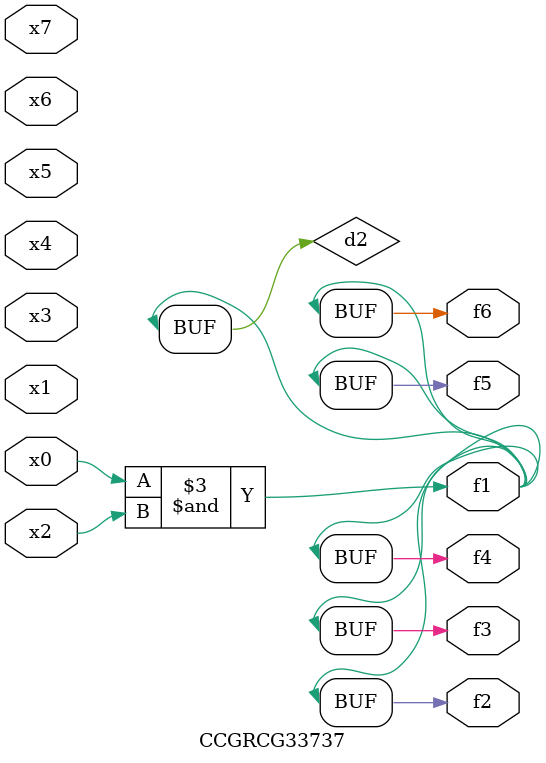
<source format=v>
module CCGRCG33737(
	input x0, x1, x2, x3, x4, x5, x6, x7,
	output f1, f2, f3, f4, f5, f6
);

	wire d1, d2;

	nor (d1, x3, x6);
	and (d2, x0, x2);
	assign f1 = d2;
	assign f2 = d2;
	assign f3 = d2;
	assign f4 = d2;
	assign f5 = d2;
	assign f6 = d2;
endmodule

</source>
